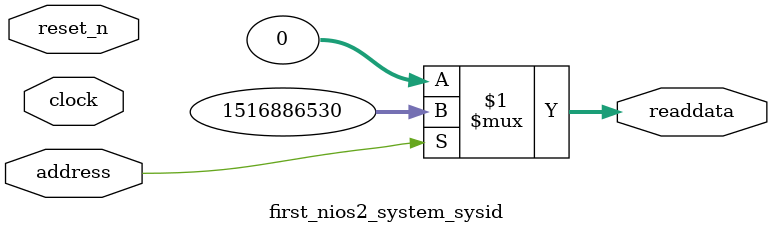
<source format=v>

`timescale 1ns / 1ps
// synthesis translate_on

// turn off superfluous verilog processor warnings 
// altera message_level Level1 
// altera message_off 10034 10035 10036 10037 10230 10240 10030 

module first_nios2_system_sysid (
               // inputs:
                address,
                clock,
                reset_n,

               // outputs:
                readdata
             )
;

  output  [ 31: 0] readdata;
  input            address;
  input            clock;
  input            reset_n;

  wire    [ 31: 0] readdata;
  //control_slave, which is an e_avalon_slave
  assign readdata = address ? 1516886530 : 0;

endmodule




</source>
